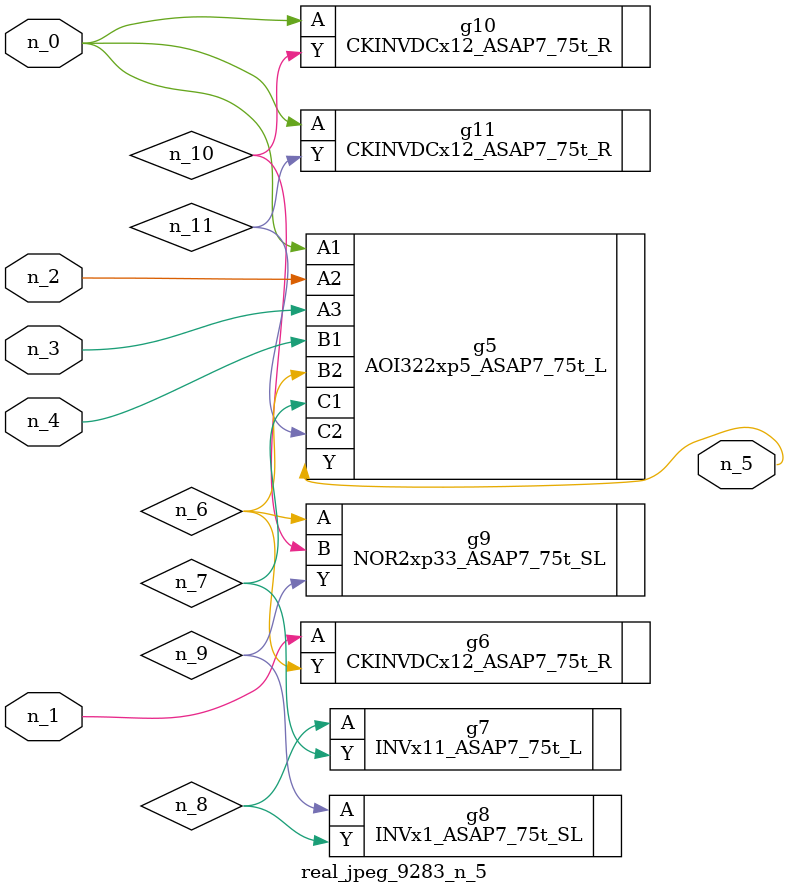
<source format=v>
module real_jpeg_9283_n_5 (n_4, n_0, n_1, n_2, n_3, n_5);

input n_4;
input n_0;
input n_1;
input n_2;
input n_3;

output n_5;

wire n_8;
wire n_11;
wire n_6;
wire n_7;
wire n_10;
wire n_9;

AOI322xp5_ASAP7_75t_L g5 ( 
.A1(n_0),
.A2(n_2),
.A3(n_3),
.B1(n_4),
.B2(n_6),
.C1(n_7),
.C2(n_11),
.Y(n_5)
);

CKINVDCx12_ASAP7_75t_R g10 ( 
.A(n_0),
.Y(n_10)
);

CKINVDCx12_ASAP7_75t_R g11 ( 
.A(n_0),
.Y(n_11)
);

CKINVDCx12_ASAP7_75t_R g6 ( 
.A(n_1),
.Y(n_6)
);

NOR2xp33_ASAP7_75t_SL g9 ( 
.A(n_6),
.B(n_10),
.Y(n_9)
);

INVx11_ASAP7_75t_L g7 ( 
.A(n_8),
.Y(n_7)
);

INVx1_ASAP7_75t_SL g8 ( 
.A(n_9),
.Y(n_8)
);


endmodule
</source>
